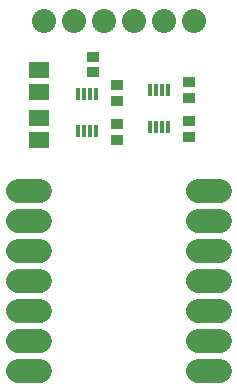
<source format=gbr>
G04 EAGLE Gerber RS-274X export*
G75*
%MOMM*%
%FSLAX34Y34*%
%LPD*%
%INSoldermask Top*%
%IPPOS*%
%AMOC8*
5,1,8,0,0,1.08239X$1,22.5*%
G01*
%ADD10R,0.452400X1.002400*%
%ADD11R,1.052400X0.852400*%
%ADD12R,1.652400X1.452400*%
%ADD13C,2.032000*%
%ADD14C,2.032000*%


D10*
X91320Y258320D03*
X86320Y258320D03*
X81320Y258320D03*
X76320Y258320D03*
X76320Y226820D03*
X81320Y226820D03*
X86320Y226820D03*
X91320Y226820D03*
D11*
X109220Y265580D03*
X109220Y252580D03*
X109220Y219560D03*
X109220Y232560D03*
X88900Y276710D03*
X88900Y289710D03*
D10*
X152280Y262130D03*
X147280Y262130D03*
X142280Y262130D03*
X137280Y262130D03*
X137280Y230630D03*
X142280Y230630D03*
X147280Y230630D03*
X152280Y230630D03*
D11*
X170180Y268120D03*
X170180Y255120D03*
X170180Y222100D03*
X170180Y235100D03*
D12*
X43180Y278740D03*
X43180Y259740D03*
D13*
X177292Y176530D02*
X196088Y176530D01*
X196088Y151130D02*
X177292Y151130D01*
X177292Y125730D02*
X196088Y125730D01*
X196088Y100330D02*
X177292Y100330D01*
X177292Y74930D02*
X196088Y74930D01*
X196088Y49530D02*
X177292Y49530D01*
X177292Y24130D02*
X196088Y24130D01*
X43688Y176530D02*
X24892Y176530D01*
X24892Y151130D02*
X43688Y151130D01*
X43688Y125730D02*
X24892Y125730D01*
X24892Y100330D02*
X43688Y100330D01*
X43688Y74930D02*
X24892Y74930D01*
X24892Y49530D02*
X43688Y49530D01*
X43688Y24130D02*
X24892Y24130D01*
D12*
X43180Y219100D03*
X43180Y238100D03*
D14*
X46990Y320040D03*
X72390Y320040D03*
X97790Y320040D03*
X123190Y320040D03*
X148590Y320040D03*
X173990Y320040D03*
M02*

</source>
